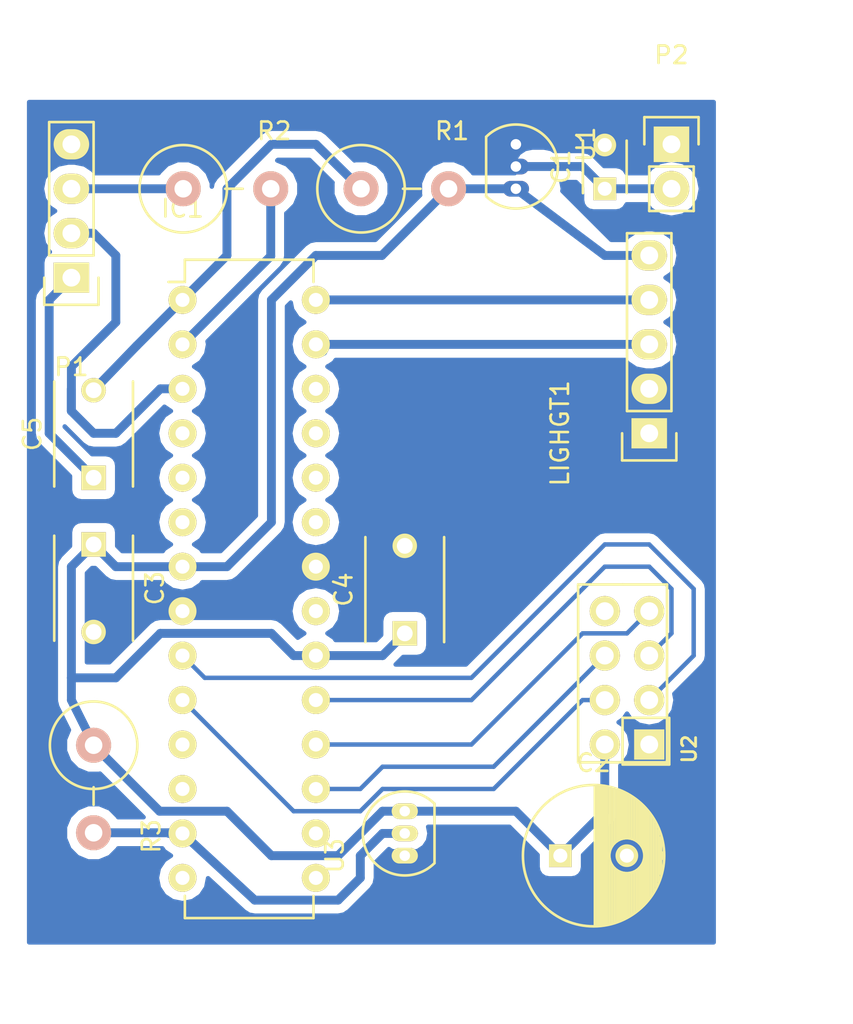
<source format=kicad_pcb>
(kicad_pcb (version 4) (host pcbnew 4.0.1-stable)

  (general
    (links 39)
    (no_connects 0)
    (area 137.88412 88.125952 190.88 148.750001)
    (thickness 1.6)
    (drawings 8)
    (tracks 105)
    (zones 0)
    (modules 15)
    (nets 17)
  )

  (page A4)
  (layers
    (0 F.Cu signal)
    (31 B.Cu signal)
    (33 F.Adhes user)
    (35 F.Paste user)
    (37 F.SilkS user)
    (39 F.Mask user)
    (40 Dwgs.User user)
    (41 Cmts.User user)
    (42 Eco1.User user)
    (43 Eco2.User user)
    (44 Edge.Cuts user)
    (45 Margin user)
    (47 F.CrtYd user)
    (49 F.Fab user)
  )

  (setup
    (last_trace_width 0.508)
    (user_trace_width 0.254)
    (user_trace_width 0.508)
    (user_trace_width 1.16)
    (trace_clearance 0.2)
    (zone_clearance 0.508)
    (zone_45_only no)
    (trace_min 0.254)
    (segment_width 0.2)
    (edge_width 0.15)
    (via_size 0.6)
    (via_drill 0.4)
    (via_min_size 0.4)
    (via_min_drill 0.3)
    (uvia_size 0.3)
    (uvia_drill 0.1)
    (uvias_allowed no)
    (uvia_min_size 0.2)
    (uvia_min_drill 0.1)
    (pcb_text_width 0.3)
    (pcb_text_size 1.5 1.5)
    (mod_edge_width 0.15)
    (mod_text_size 1 1)
    (mod_text_width 0.15)
    (pad_size 1.524 1.524)
    (pad_drill 0.762)
    (pad_to_mask_clearance 0.2)
    (aux_axis_origin 0 0)
    (visible_elements 7FFFFFFF)
    (pcbplotparams
      (layerselection 0x00030_80000001)
      (usegerberextensions false)
      (excludeedgelayer true)
      (linewidth 0.100000)
      (plotframeref false)
      (viasonmask false)
      (mode 1)
      (useauxorigin false)
      (hpglpennumber 1)
      (hpglpenspeed 20)
      (hpglpendiameter 15)
      (hpglpenoverlay 2)
      (psnegative false)
      (psa4output false)
      (plotreference true)
      (plotvalue true)
      (plotinvisibletext false)
      (padsonsilk false)
      (subtractmaskfromsilk false)
      (outputformat 1)
      (mirror false)
      (drillshape 1)
      (scaleselection 1)
      (outputdirectory ""))
  )

  (net 0 "")
  (net 1 "Net-(C1-Pad1)")
  (net 2 GND)
  (net 3 +3V3)
  (net 4 /RESET)
  (net 5 /TX)
  (net 6 /RX)
  (net 7 /CE)
  (net 8 /CSN)
  (net 9 "Net-(IC1-Pad13)")
  (net 10 /MOSI)
  (net 11 /MISO)
  (net 12 /SCK)
  (net 13 /SDA)
  (net 14 /SCL)
  (net 15 "Net-(C5-Pad1)")
  (net 16 "Net-(P1-Pad3)")

  (net_class Default "Toto je výchozí třída sítě."
    (clearance 0.2)
    (trace_width 0.254)
    (via_dia 0.6)
    (via_drill 0.4)
    (uvia_dia 0.3)
    (uvia_drill 0.1)
    (add_net /CE)
    (add_net /CSN)
    (add_net /MISO)
    (add_net /MOSI)
    (add_net /RESET)
    (add_net /RX)
    (add_net /SCK)
    (add_net /SCL)
    (add_net /SDA)
    (add_net /TX)
    (add_net GND)
    (add_net "Net-(C1-Pad1)")
    (add_net "Net-(C5-Pad1)")
    (add_net "Net-(IC1-Pad13)")
    (add_net "Net-(P1-Pad3)")
  )

  (net_class Power ""
    (clearance 0.2)
    (trace_width 0.508)
    (via_dia 0.6)
    (via_drill 0.4)
    (uvia_dia 0.3)
    (uvia_drill 0.1)
    (add_net +3V3)
  )

  (module Resistors_ThroughHole:Resistor_Vertical_RM5mm (layer F.Cu) (tedit 0) (tstamp 56B7B90D)
    (at 161.29 99.06)
    (descr "Resistor, Vertical, RM 5mm, 1/3W,")
    (tags "Resistor, Vertical, RM 5mm, 1/3W,")
    (path /56B6B171)
    (fp_text reference R1 (at 2.70002 -3.29946) (layer F.SilkS)
      (effects (font (size 1 1) (thickness 0.15)))
    )
    (fp_text value 10k (at 0 4.50088) (layer F.Fab)
      (effects (font (size 1 1) (thickness 0.15)))
    )
    (fp_line (start -0.09906 0) (end 0.9017 0) (layer F.SilkS) (width 0.15))
    (fp_circle (center -2.49936 0) (end 0 0) (layer F.SilkS) (width 0.15))
    (pad 1 thru_hole circle (at -2.49936 0) (size 1.99898 1.99898) (drill 1.00076) (layers *.Cu *.SilkS *.Mask)
      (net 4 /RESET))
    (pad 2 thru_hole circle (at 2.5019 0) (size 1.99898 1.99898) (drill 1.00076) (layers *.Cu *.SilkS *.Mask)
      (net 3 +3V3))
  )

  (module Pin_Headers:Pin_Header_Straight_1x02 (layer F.Cu) (tedit 54EA090C) (tstamp 56B7A7F9)
    (at 176.53 96.52)
    (descr "Through hole pin header")
    (tags "pin header")
    (path /56B7A368)
    (fp_text reference P2 (at 0 -5.1) (layer F.SilkS)
      (effects (font (size 1 1) (thickness 0.15)))
    )
    (fp_text value CONN_01X02 (at 0 -3.1) (layer F.Fab)
      (effects (font (size 1 1) (thickness 0.15)))
    )
    (fp_line (start 1.27 1.27) (end 1.27 3.81) (layer F.SilkS) (width 0.15))
    (fp_line (start 1.55 -1.55) (end 1.55 0) (layer F.SilkS) (width 0.15))
    (fp_line (start -1.75 -1.75) (end -1.75 4.3) (layer F.CrtYd) (width 0.05))
    (fp_line (start 1.75 -1.75) (end 1.75 4.3) (layer F.CrtYd) (width 0.05))
    (fp_line (start -1.75 -1.75) (end 1.75 -1.75) (layer F.CrtYd) (width 0.05))
    (fp_line (start -1.75 4.3) (end 1.75 4.3) (layer F.CrtYd) (width 0.05))
    (fp_line (start 1.27 1.27) (end -1.27 1.27) (layer F.SilkS) (width 0.15))
    (fp_line (start -1.55 0) (end -1.55 -1.55) (layer F.SilkS) (width 0.15))
    (fp_line (start -1.55 -1.55) (end 1.55 -1.55) (layer F.SilkS) (width 0.15))
    (fp_line (start -1.27 1.27) (end -1.27 3.81) (layer F.SilkS) (width 0.15))
    (fp_line (start -1.27 3.81) (end 1.27 3.81) (layer F.SilkS) (width 0.15))
    (pad 1 thru_hole rect (at 0 0) (size 2.032 2.032) (drill 1.016) (layers *.Cu *.Mask F.SilkS)
      (net 2 GND))
    (pad 2 thru_hole oval (at 0 2.54) (size 2.032 2.032) (drill 1.016) (layers *.Cu *.Mask F.SilkS)
      (net 1 "Net-(C1-Pad1)"))
    (model Pin_Headers.3dshapes/Pin_Header_Straight_1x02.wrl
      (at (xyz 0 -0.05 0))
      (scale (xyz 1 1 1))
      (rotate (xyz 0 0 90))
    )
  )

  (module Pin_Headers:Pin_Header_Straight_1x04 (layer F.Cu) (tedit 0) (tstamp 56B6ECB5)
    (at 142.24 104.14 180)
    (descr "Through hole pin header")
    (tags "pin header")
    (path /56B6B39A)
    (fp_text reference P1 (at 0 -5.1 180) (layer F.SilkS)
      (effects (font (size 1 1) (thickness 0.15)))
    )
    (fp_text value FTDI (at 0 -3.1 180) (layer F.Fab)
      (effects (font (size 1 1) (thickness 0.15)))
    )
    (fp_line (start -1.75 -1.75) (end -1.75 9.4) (layer F.CrtYd) (width 0.05))
    (fp_line (start 1.75 -1.75) (end 1.75 9.4) (layer F.CrtYd) (width 0.05))
    (fp_line (start -1.75 -1.75) (end 1.75 -1.75) (layer F.CrtYd) (width 0.05))
    (fp_line (start -1.75 9.4) (end 1.75 9.4) (layer F.CrtYd) (width 0.05))
    (fp_line (start -1.27 1.27) (end -1.27 8.89) (layer F.SilkS) (width 0.15))
    (fp_line (start 1.27 1.27) (end 1.27 8.89) (layer F.SilkS) (width 0.15))
    (fp_line (start 1.55 -1.55) (end 1.55 0) (layer F.SilkS) (width 0.15))
    (fp_line (start -1.27 8.89) (end 1.27 8.89) (layer F.SilkS) (width 0.15))
    (fp_line (start 1.27 1.27) (end -1.27 1.27) (layer F.SilkS) (width 0.15))
    (fp_line (start -1.55 0) (end -1.55 -1.55) (layer F.SilkS) (width 0.15))
    (fp_line (start -1.55 -1.55) (end 1.55 -1.55) (layer F.SilkS) (width 0.15))
    (pad 1 thru_hole rect (at 0 0 180) (size 2.032 1.7272) (drill 1.016) (layers *.Cu *.Mask F.SilkS)
      (net 15 "Net-(C5-Pad1)"))
    (pad 2 thru_hole oval (at 0 2.54 180) (size 2.032 1.7272) (drill 1.016) (layers *.Cu *.Mask F.SilkS)
      (net 6 /RX))
    (pad 3 thru_hole oval (at 0 5.08 180) (size 2.032 1.7272) (drill 1.016) (layers *.Cu *.Mask F.SilkS)
      (net 16 "Net-(P1-Pad3)"))
    (pad 4 thru_hole oval (at 0 7.62 180) (size 2.032 1.7272) (drill 1.016) (layers *.Cu *.Mask F.SilkS)
      (net 2 GND))
    (model Pin_Headers.3dshapes/Pin_Header_Straight_1x04.wrl
      (at (xyz 0 -0.15 0))
      (scale (xyz 1 1 1))
      (rotate (xyz 0 0 90))
    )
  )

  (module TO_SOT_Packages_THT:TO-92_Inline_Narrow_Oval (layer F.Cu) (tedit 54F24281) (tstamp 56B67598)
    (at 167.64 96.52 270)
    (descr "TO-92 leads in-line, narrow, oval pads, drill 0.6mm (see NXP sot054_po.pdf)")
    (tags "to-92 sc-43 sc-43a sot54 PA33 transistor")
    (path /56B664E1)
    (fp_text reference U1 (at 0 -4 270) (layer F.SilkS)
      (effects (font (size 1 1) (thickness 0.15)))
    )
    (fp_text value MCP1700T-3302E/TT (at 0 3 270) (layer F.Fab)
      (effects (font (size 1 1) (thickness 0.15)))
    )
    (fp_line (start -1.4 1.95) (end -1.4 -2.65) (layer F.CrtYd) (width 0.05))
    (fp_line (start -1.4 1.95) (end 3.95 1.95) (layer F.CrtYd) (width 0.05))
    (fp_line (start -0.43 1.7) (end 2.97 1.7) (layer F.SilkS) (width 0.15))
    (fp_arc (start 1.27 0) (end 1.27 -2.4) (angle -135) (layer F.SilkS) (width 0.15))
    (fp_arc (start 1.27 0) (end 1.27 -2.4) (angle 135) (layer F.SilkS) (width 0.15))
    (fp_line (start -1.4 -2.65) (end 3.95 -2.65) (layer F.CrtYd) (width 0.05))
    (fp_line (start 3.95 1.95) (end 3.95 -2.65) (layer F.CrtYd) (width 0.05))
    (pad 2 thru_hole oval (at 1.27 0 90) (size 0.89916 1.50114) (drill 0.6) (layers *.Cu *.Mask)
      (net 1 "Net-(C1-Pad1)"))
    (pad 3 thru_hole oval (at 2.54 0 90) (size 0.89916 1.50114) (drill 0.6) (layers *.Cu *.Mask)
      (net 3 +3V3))
    (pad 1 thru_hole oval (at 0 0 90) (size 0.89916 1.50114) (drill 0.6) (layers *.Cu *.Mask)
      (net 2 GND))
    (model TO_SOT_Packages_THT.3dshapes/TO-92_Inline_Narrow_Oval.wrl
      (at (xyz 0.05 0 0))
      (scale (xyz 1 1 1))
      (rotate (xyz 0 0 -90))
    )
  )

  (module Capacitors_ThroughHole:C_Disc_D6_P5 (layer F.Cu) (tedit 0) (tstamp 56B67554)
    (at 143.51 119.38 270)
    (descr "Capacitor 6mm Disc, Pitch 5mm")
    (tags Capacitor)
    (path /56B667B6)
    (fp_text reference C3 (at 2.5 -3.5 270) (layer F.SilkS)
      (effects (font (size 1 1) (thickness 0.15)))
    )
    (fp_text value 100n (at 2.5 3.5 270) (layer F.Fab)
      (effects (font (size 1 1) (thickness 0.15)))
    )
    (fp_line (start -0.95 -2.5) (end 5.95 -2.5) (layer F.CrtYd) (width 0.05))
    (fp_line (start 5.95 -2.5) (end 5.95 2.5) (layer F.CrtYd) (width 0.05))
    (fp_line (start 5.95 2.5) (end -0.95 2.5) (layer F.CrtYd) (width 0.05))
    (fp_line (start -0.95 2.5) (end -0.95 -2.5) (layer F.CrtYd) (width 0.05))
    (fp_line (start -0.5 -2.25) (end 5.5 -2.25) (layer F.SilkS) (width 0.15))
    (fp_line (start 5.5 2.25) (end -0.5 2.25) (layer F.SilkS) (width 0.15))
    (pad 1 thru_hole rect (at 0 0 270) (size 1.4 1.4) (drill 0.9) (layers *.Cu *.Mask F.SilkS)
      (net 3 +3V3))
    (pad 2 thru_hole circle (at 5 0 270) (size 1.4 1.4) (drill 0.9) (layers *.Cu *.Mask F.SilkS)
      (net 2 GND))
    (model Capacitors_ThroughHole.3dshapes/C_Disc_D6_P5.wrl
      (at (xyz 0.0984252 0 0))
      (scale (xyz 1 1 1))
      (rotate (xyz 0 0 0))
    )
  )

  (module Capacitors_ThroughHole:C_Disc_D6_P5 (layer F.Cu) (tedit 0) (tstamp 56B6755A)
    (at 161.29 124.46 90)
    (descr "Capacitor 6mm Disc, Pitch 5mm")
    (tags Capacitor)
    (path /56B66724)
    (fp_text reference C4 (at 2.5 -3.5 90) (layer F.SilkS)
      (effects (font (size 1 1) (thickness 0.15)))
    )
    (fp_text value 100n (at 2.5 3.5 90) (layer F.Fab)
      (effects (font (size 1 1) (thickness 0.15)))
    )
    (fp_line (start -0.95 -2.5) (end 5.95 -2.5) (layer F.CrtYd) (width 0.05))
    (fp_line (start 5.95 -2.5) (end 5.95 2.5) (layer F.CrtYd) (width 0.05))
    (fp_line (start 5.95 2.5) (end -0.95 2.5) (layer F.CrtYd) (width 0.05))
    (fp_line (start -0.95 2.5) (end -0.95 -2.5) (layer F.CrtYd) (width 0.05))
    (fp_line (start -0.5 -2.25) (end 5.5 -2.25) (layer F.SilkS) (width 0.15))
    (fp_line (start 5.5 2.25) (end -0.5 2.25) (layer F.SilkS) (width 0.15))
    (pad 1 thru_hole rect (at 0 0 90) (size 1.4 1.4) (drill 0.9) (layers *.Cu *.Mask F.SilkS)
      (net 3 +3V3))
    (pad 2 thru_hole circle (at 5 0 90) (size 1.4 1.4) (drill 0.9) (layers *.Cu *.Mask F.SilkS)
      (net 2 GND))
    (model Capacitors_ThroughHole.3dshapes/C_Disc_D6_P5.wrl
      (at (xyz 0.0984252 0 0))
      (scale (xyz 1 1 1))
      (rotate (xyz 0 0 0))
    )
  )

  (module Housings_DIP:DIP-28_W7.62mm (layer F.Cu) (tedit 54130A77) (tstamp 56B6757A)
    (at 148.59 105.41)
    (descr "28-lead dip package, row spacing 7.62 mm (300 mils)")
    (tags "dil dip 2.54 300")
    (path /56B6591B)
    (fp_text reference IC1 (at 0 -5.22) (layer F.SilkS)
      (effects (font (size 1 1) (thickness 0.15)))
    )
    (fp_text value ATMEGA328P-P (at 0 -3.72) (layer F.Fab)
      (effects (font (size 1 1) (thickness 0.15)))
    )
    (fp_line (start -1.05 -2.45) (end -1.05 35.5) (layer F.CrtYd) (width 0.05))
    (fp_line (start 8.65 -2.45) (end 8.65 35.5) (layer F.CrtYd) (width 0.05))
    (fp_line (start -1.05 -2.45) (end 8.65 -2.45) (layer F.CrtYd) (width 0.05))
    (fp_line (start -1.05 35.5) (end 8.65 35.5) (layer F.CrtYd) (width 0.05))
    (fp_line (start 0.135 -2.295) (end 0.135 -1.025) (layer F.SilkS) (width 0.15))
    (fp_line (start 7.485 -2.295) (end 7.485 -1.025) (layer F.SilkS) (width 0.15))
    (fp_line (start 7.485 35.315) (end 7.485 34.045) (layer F.SilkS) (width 0.15))
    (fp_line (start 0.135 35.315) (end 0.135 34.045) (layer F.SilkS) (width 0.15))
    (fp_line (start 0.135 -2.295) (end 7.485 -2.295) (layer F.SilkS) (width 0.15))
    (fp_line (start 0.135 35.315) (end 7.485 35.315) (layer F.SilkS) (width 0.15))
    (fp_line (start 0.135 -1.025) (end -0.8 -1.025) (layer F.SilkS) (width 0.15))
    (pad 1 thru_hole oval (at 0 0) (size 1.6 1.6) (drill 0.8) (layers *.Cu *.Mask F.SilkS)
      (net 4 /RESET))
    (pad 2 thru_hole oval (at 0 2.54) (size 1.6 1.6) (drill 0.8) (layers *.Cu *.Mask F.SilkS)
      (net 5 /TX))
    (pad 3 thru_hole oval (at 0 5.08) (size 1.6 1.6) (drill 0.8) (layers *.Cu *.Mask F.SilkS)
      (net 6 /RX))
    (pad 4 thru_hole oval (at 0 7.62) (size 1.6 1.6) (drill 0.8) (layers *.Cu *.Mask F.SilkS))
    (pad 5 thru_hole oval (at 0 10.16) (size 1.6 1.6) (drill 0.8) (layers *.Cu *.Mask F.SilkS))
    (pad 6 thru_hole oval (at 0 12.7) (size 1.6 1.6) (drill 0.8) (layers *.Cu *.Mask F.SilkS))
    (pad 7 thru_hole oval (at 0 15.24) (size 1.6 1.6) (drill 0.8) (layers *.Cu *.Mask F.SilkS)
      (net 3 +3V3))
    (pad 8 thru_hole oval (at 0 17.78) (size 1.6 1.6) (drill 0.8) (layers *.Cu *.Mask F.SilkS)
      (net 2 GND))
    (pad 9 thru_hole oval (at 0 20.32) (size 1.6 1.6) (drill 0.8) (layers *.Cu *.Mask F.SilkS)
      (net 7 /CE))
    (pad 10 thru_hole oval (at 0 22.86) (size 1.6 1.6) (drill 0.8) (layers *.Cu *.Mask F.SilkS)
      (net 8 /CSN))
    (pad 11 thru_hole oval (at 0 25.4) (size 1.6 1.6) (drill 0.8) (layers *.Cu *.Mask F.SilkS))
    (pad 12 thru_hole oval (at 0 27.94) (size 1.6 1.6) (drill 0.8) (layers *.Cu *.Mask F.SilkS))
    (pad 13 thru_hole oval (at 0 30.48) (size 1.6 1.6) (drill 0.8) (layers *.Cu *.Mask F.SilkS)
      (net 9 "Net-(IC1-Pad13)"))
    (pad 14 thru_hole oval (at 0 33.02) (size 1.6 1.6) (drill 0.8) (layers *.Cu *.Mask F.SilkS))
    (pad 15 thru_hole oval (at 7.62 33.02) (size 1.6 1.6) (drill 0.8) (layers *.Cu *.Mask F.SilkS))
    (pad 16 thru_hole oval (at 7.62 30.48) (size 1.6 1.6) (drill 0.8) (layers *.Cu *.Mask F.SilkS))
    (pad 17 thru_hole oval (at 7.62 27.94) (size 1.6 1.6) (drill 0.8) (layers *.Cu *.Mask F.SilkS)
      (net 10 /MOSI))
    (pad 18 thru_hole oval (at 7.62 25.4) (size 1.6 1.6) (drill 0.8) (layers *.Cu *.Mask F.SilkS)
      (net 11 /MISO))
    (pad 19 thru_hole oval (at 7.62 22.86) (size 1.6 1.6) (drill 0.8) (layers *.Cu *.Mask F.SilkS)
      (net 12 /SCK))
    (pad 20 thru_hole oval (at 7.62 20.32) (size 1.6 1.6) (drill 0.8) (layers *.Cu *.Mask F.SilkS)
      (net 3 +3V3))
    (pad 21 thru_hole oval (at 7.62 17.78) (size 1.6 1.6) (drill 0.8) (layers *.Cu *.Mask F.SilkS))
    (pad 22 thru_hole oval (at 7.62 15.24) (size 1.6 1.6) (drill 0.8) (layers *.Cu *.Mask F.SilkS)
      (net 2 GND))
    (pad 23 thru_hole oval (at 7.62 12.7) (size 1.6 1.6) (drill 0.8) (layers *.Cu *.Mask F.SilkS))
    (pad 24 thru_hole oval (at 7.62 10.16) (size 1.6 1.6) (drill 0.8) (layers *.Cu *.Mask F.SilkS))
    (pad 25 thru_hole oval (at 7.62 7.62) (size 1.6 1.6) (drill 0.8) (layers *.Cu *.Mask F.SilkS))
    (pad 26 thru_hole oval (at 7.62 5.08) (size 1.6 1.6) (drill 0.8) (layers *.Cu *.Mask F.SilkS))
    (pad 27 thru_hole oval (at 7.62 2.54) (size 1.6 1.6) (drill 0.8) (layers *.Cu *.Mask F.SilkS)
      (net 13 /SDA))
    (pad 28 thru_hole oval (at 7.62 0) (size 1.6 1.6) (drill 0.8) (layers *.Cu *.Mask F.SilkS)
      (net 14 /SCL))
    (model Housings_DIP.3dshapes/DIP-28_W7.62mm.wrl
      (at (xyz 0 0 0))
      (scale (xyz 1 1 1))
      (rotate (xyz 0 0 0))
    )
  )

  (module Socket_Strips:Socket_Strip_Straight_1x05 (layer F.Cu) (tedit 0) (tstamp 56B67583)
    (at 175.26 113.03 90)
    (descr "Through hole socket strip")
    (tags "socket strip")
    (path /56B65F15)
    (fp_text reference LIGHGT1 (at 0 -5.1 90) (layer F.SilkS)
      (effects (font (size 1 1) (thickness 0.15)))
    )
    (fp_text value BH1750 (at 0 -3.1 90) (layer F.Fab)
      (effects (font (size 1 1) (thickness 0.15)))
    )
    (fp_line (start -1.75 -1.75) (end -1.75 1.75) (layer F.CrtYd) (width 0.05))
    (fp_line (start 11.95 -1.75) (end 11.95 1.75) (layer F.CrtYd) (width 0.05))
    (fp_line (start -1.75 -1.75) (end 11.95 -1.75) (layer F.CrtYd) (width 0.05))
    (fp_line (start -1.75 1.75) (end 11.95 1.75) (layer F.CrtYd) (width 0.05))
    (fp_line (start 1.27 1.27) (end 11.43 1.27) (layer F.SilkS) (width 0.15))
    (fp_line (start 11.43 1.27) (end 11.43 -1.27) (layer F.SilkS) (width 0.15))
    (fp_line (start 11.43 -1.27) (end 1.27 -1.27) (layer F.SilkS) (width 0.15))
    (fp_line (start -1.55 1.55) (end 0 1.55) (layer F.SilkS) (width 0.15))
    (fp_line (start 1.27 1.27) (end 1.27 -1.27) (layer F.SilkS) (width 0.15))
    (fp_line (start 0 -1.55) (end -1.55 -1.55) (layer F.SilkS) (width 0.15))
    (fp_line (start -1.55 -1.55) (end -1.55 1.55) (layer F.SilkS) (width 0.15))
    (pad 1 thru_hole rect (at 0 0 90) (size 1.7272 2.032) (drill 1.016) (layers *.Cu *.Mask F.SilkS)
      (net 2 GND))
    (pad 2 thru_hole oval (at 2.54 0 90) (size 1.7272 2.032) (drill 1.016) (layers *.Cu *.Mask F.SilkS)
      (net 2 GND))
    (pad 3 thru_hole oval (at 5.08 0 90) (size 1.7272 2.032) (drill 1.016) (layers *.Cu *.Mask F.SilkS)
      (net 13 /SDA))
    (pad 4 thru_hole oval (at 7.62 0 90) (size 1.7272 2.032) (drill 1.016) (layers *.Cu *.Mask F.SilkS)
      (net 14 /SCL))
    (pad 5 thru_hole oval (at 10.16 0 90) (size 1.7272 2.032) (drill 1.016) (layers *.Cu *.Mask F.SilkS)
      (net 3 +3V3))
    (model Socket_Strips.3dshapes/Socket_Strip_Straight_1x05.wrl
      (at (xyz 0.2 0 0))
      (scale (xyz 1 1 1))
      (rotate (xyz 0 0 180))
    )
  )

  (module Capacitors_ThroughHole:C_Disc_D6_P5 (layer F.Cu) (tedit 0) (tstamp 56B67838)
    (at 143.51 115.57 90)
    (descr "Capacitor 6mm Disc, Pitch 5mm")
    (tags Capacitor)
    (path /56B6C484)
    (fp_text reference C5 (at 2.5 -3.5 90) (layer F.SilkS)
      (effects (font (size 1 1) (thickness 0.15)))
    )
    (fp_text value 100n (at 2.5 3.5 90) (layer F.Fab)
      (effects (font (size 1 1) (thickness 0.15)))
    )
    (fp_line (start -0.95 -2.5) (end 5.95 -2.5) (layer F.CrtYd) (width 0.05))
    (fp_line (start 5.95 -2.5) (end 5.95 2.5) (layer F.CrtYd) (width 0.05))
    (fp_line (start 5.95 2.5) (end -0.95 2.5) (layer F.CrtYd) (width 0.05))
    (fp_line (start -0.95 2.5) (end -0.95 -2.5) (layer F.CrtYd) (width 0.05))
    (fp_line (start -0.5 -2.25) (end 5.5 -2.25) (layer F.SilkS) (width 0.15))
    (fp_line (start 5.5 2.25) (end -0.5 2.25) (layer F.SilkS) (width 0.15))
    (pad 1 thru_hole rect (at 0 0 90) (size 1.4 1.4) (drill 0.9) (layers *.Cu *.Mask F.SilkS)
      (net 15 "Net-(C5-Pad1)"))
    (pad 2 thru_hole circle (at 5 0 90) (size 1.4 1.4) (drill 0.9) (layers *.Cu *.Mask F.SilkS)
      (net 4 /RESET))
    (model Capacitors_ThroughHole.3dshapes/C_Disc_D6_P5.wrl
      (at (xyz 0.0984252 0 0))
      (scale (xyz 1 1 1))
      (rotate (xyz 0 0 0))
    )
  )

  (module TO_SOT_Packages_THT:TO-92_Inline_Narrow_Oval (layer F.Cu) (tedit 54F24281) (tstamp 56B6EC7B)
    (at 161.29 137.16 90)
    (descr "TO-92 leads in-line, narrow, oval pads, drill 0.6mm (see NXP sot054_po.pdf)")
    (tags "to-92 sc-43 sc-43a sot54 PA33 transistor")
    (path /56B6E8C1)
    (fp_text reference U3 (at 0 -4 90) (layer F.SilkS)
      (effects (font (size 1 1) (thickness 0.15)))
    )
    (fp_text value DS18B20 (at 0 3 90) (layer F.Fab)
      (effects (font (size 1 1) (thickness 0.15)))
    )
    (fp_line (start -1.4 1.95) (end -1.4 -2.65) (layer F.CrtYd) (width 0.05))
    (fp_line (start -1.4 1.95) (end 3.95 1.95) (layer F.CrtYd) (width 0.05))
    (fp_line (start -0.43 1.7) (end 2.97 1.7) (layer F.SilkS) (width 0.15))
    (fp_arc (start 1.27 0) (end 1.27 -2.4) (angle -135) (layer F.SilkS) (width 0.15))
    (fp_arc (start 1.27 0) (end 1.27 -2.4) (angle 135) (layer F.SilkS) (width 0.15))
    (fp_line (start -1.4 -2.65) (end 3.95 -2.65) (layer F.CrtYd) (width 0.05))
    (fp_line (start 3.95 1.95) (end 3.95 -2.65) (layer F.CrtYd) (width 0.05))
    (pad 2 thru_hole oval (at 1.27 0 270) (size 0.89916 1.50114) (drill 0.6) (layers *.Cu *.Mask F.SilkS)
      (net 9 "Net-(IC1-Pad13)"))
    (pad 3 thru_hole oval (at 2.54 0 270) (size 0.89916 1.50114) (drill 0.6) (layers *.Cu *.Mask F.SilkS)
      (net 3 +3V3))
    (pad 1 thru_hole oval (at 0 0 270) (size 0.89916 1.50114) (drill 0.6) (layers *.Cu *.Mask F.SilkS)
      (net 2 GND))
    (model TO_SOT_Packages_THT.3dshapes/TO-92_Inline_Narrow_Oval.wrl
      (at (xyz 0.05 0 0))
      (scale (xyz 1 1 1))
      (rotate (xyz 0 0 -90))
    )
  )

  (module Capacitors_ThroughHole:C_Radial_D8_L13_P3.8 (layer F.Cu) (tedit 0) (tstamp 56B7A63E)
    (at 170.18 137.16)
    (descr "Radial Electrolytic Capacitor Diameter 8mm x Length 13mm, Pitch 3.8mm")
    (tags "Electrolytic Capacitor")
    (path /56B66957)
    (fp_text reference C2 (at 1.9 -5.3) (layer F.SilkS)
      (effects (font (size 1 1) (thickness 0.15)))
    )
    (fp_text value 10u (at 1.9 5.3) (layer F.Fab)
      (effects (font (size 1 1) (thickness 0.15)))
    )
    (fp_line (start 1.975 -3.999) (end 1.975 3.999) (layer F.SilkS) (width 0.15))
    (fp_line (start 2.115 -3.994) (end 2.115 3.994) (layer F.SilkS) (width 0.15))
    (fp_line (start 2.255 -3.984) (end 2.255 3.984) (layer F.SilkS) (width 0.15))
    (fp_line (start 2.395 -3.969) (end 2.395 3.969) (layer F.SilkS) (width 0.15))
    (fp_line (start 2.535 -3.949) (end 2.535 3.949) (layer F.SilkS) (width 0.15))
    (fp_line (start 2.675 -3.924) (end 2.675 3.924) (layer F.SilkS) (width 0.15))
    (fp_line (start 2.815 -3.894) (end 2.815 -0.173) (layer F.SilkS) (width 0.15))
    (fp_line (start 2.815 0.173) (end 2.815 3.894) (layer F.SilkS) (width 0.15))
    (fp_line (start 2.955 -3.858) (end 2.955 -0.535) (layer F.SilkS) (width 0.15))
    (fp_line (start 2.955 0.535) (end 2.955 3.858) (layer F.SilkS) (width 0.15))
    (fp_line (start 3.095 -3.817) (end 3.095 -0.709) (layer F.SilkS) (width 0.15))
    (fp_line (start 3.095 0.709) (end 3.095 3.817) (layer F.SilkS) (width 0.15))
    (fp_line (start 3.235 -3.771) (end 3.235 -0.825) (layer F.SilkS) (width 0.15))
    (fp_line (start 3.235 0.825) (end 3.235 3.771) (layer F.SilkS) (width 0.15))
    (fp_line (start 3.375 -3.718) (end 3.375 -0.905) (layer F.SilkS) (width 0.15))
    (fp_line (start 3.375 0.905) (end 3.375 3.718) (layer F.SilkS) (width 0.15))
    (fp_line (start 3.515 -3.659) (end 3.515 -0.959) (layer F.SilkS) (width 0.15))
    (fp_line (start 3.515 0.959) (end 3.515 3.659) (layer F.SilkS) (width 0.15))
    (fp_line (start 3.655 -3.594) (end 3.655 -0.989) (layer F.SilkS) (width 0.15))
    (fp_line (start 3.655 0.989) (end 3.655 3.594) (layer F.SilkS) (width 0.15))
    (fp_line (start 3.795 -3.523) (end 3.795 -1) (layer F.SilkS) (width 0.15))
    (fp_line (start 3.795 1) (end 3.795 3.523) (layer F.SilkS) (width 0.15))
    (fp_line (start 3.935 -3.444) (end 3.935 -0.991) (layer F.SilkS) (width 0.15))
    (fp_line (start 3.935 0.991) (end 3.935 3.444) (layer F.SilkS) (width 0.15))
    (fp_line (start 4.075 -3.357) (end 4.075 -0.961) (layer F.SilkS) (width 0.15))
    (fp_line (start 4.075 0.961) (end 4.075 3.357) (layer F.SilkS) (width 0.15))
    (fp_line (start 4.215 -3.262) (end 4.215 -0.91) (layer F.SilkS) (width 0.15))
    (fp_line (start 4.215 0.91) (end 4.215 3.262) (layer F.SilkS) (width 0.15))
    (fp_line (start 4.355 -3.158) (end 4.355 -0.832) (layer F.SilkS) (width 0.15))
    (fp_line (start 4.355 0.832) (end 4.355 3.158) (layer F.SilkS) (width 0.15))
    (fp_line (start 4.495 -3.044) (end 4.495 -0.719) (layer F.SilkS) (width 0.15))
    (fp_line (start 4.495 0.719) (end 4.495 3.044) (layer F.SilkS) (width 0.15))
    (fp_line (start 4.635 -2.919) (end 4.635 -0.55) (layer F.SilkS) (width 0.15))
    (fp_line (start 4.635 0.55) (end 4.635 2.919) (layer F.SilkS) (width 0.15))
    (fp_line (start 4.775 -2.781) (end 4.775 -0.222) (layer F.SilkS) (width 0.15))
    (fp_line (start 4.775 0.222) (end 4.775 2.781) (layer F.SilkS) (width 0.15))
    (fp_line (start 4.915 -2.629) (end 4.915 2.629) (layer F.SilkS) (width 0.15))
    (fp_line (start 5.055 -2.459) (end 5.055 2.459) (layer F.SilkS) (width 0.15))
    (fp_line (start 5.195 -2.268) (end 5.195 2.268) (layer F.SilkS) (width 0.15))
    (fp_line (start 5.335 -2.05) (end 5.335 2.05) (layer F.SilkS) (width 0.15))
    (fp_line (start 5.475 -1.794) (end 5.475 1.794) (layer F.SilkS) (width 0.15))
    (fp_line (start 5.615 -1.483) (end 5.615 1.483) (layer F.SilkS) (width 0.15))
    (fp_line (start 5.755 -1.067) (end 5.755 1.067) (layer F.SilkS) (width 0.15))
    (fp_line (start 5.895 -0.2) (end 5.895 0.2) (layer F.SilkS) (width 0.15))
    (fp_circle (center 3.8 0) (end 3.8 -1) (layer F.SilkS) (width 0.15))
    (fp_circle (center 1.9 0) (end 1.9 -4.0375) (layer F.SilkS) (width 0.15))
    (fp_circle (center 1.9 0) (end 1.9 -4.3) (layer F.CrtYd) (width 0.05))
    (pad 1 thru_hole rect (at 0 0) (size 1.3 1.3) (drill 0.8) (layers *.Cu *.Mask F.SilkS)
      (net 3 +3V3))
    (pad 2 thru_hole circle (at 3.8 0) (size 1.3 1.3) (drill 0.8) (layers *.Cu *.Mask F.SilkS)
      (net 2 GND))
    (model Capacitors_ThroughHole.3dshapes/C_Radial_D8_L13_P3.8.wrl
      (at (xyz 0.0748031 0 0))
      (scale (xyz 1 1 1))
      (rotate (xyz 0 0 90))
    )
  )

  (module Capacitors_ThroughHole:C_Disc_D3_P2.5 (layer F.Cu) (tedit 0) (tstamp 56B7A7F4)
    (at 172.72 99.06 90)
    (descr "Capacitor 3mm Disc, Pitch 2.5mm")
    (tags Capacitor)
    (path /56B669AA)
    (fp_text reference C1 (at 1.25 -2.5 90) (layer F.SilkS)
      (effects (font (size 1 1) (thickness 0.15)))
    )
    (fp_text value 1u (at 1.25 2.5 90) (layer F.Fab)
      (effects (font (size 1 1) (thickness 0.15)))
    )
    (fp_line (start -0.9 -1.5) (end 3.4 -1.5) (layer F.CrtYd) (width 0.05))
    (fp_line (start 3.4 -1.5) (end 3.4 1.5) (layer F.CrtYd) (width 0.05))
    (fp_line (start 3.4 1.5) (end -0.9 1.5) (layer F.CrtYd) (width 0.05))
    (fp_line (start -0.9 1.5) (end -0.9 -1.5) (layer F.CrtYd) (width 0.05))
    (fp_line (start -0.25 -1.25) (end 2.75 -1.25) (layer F.SilkS) (width 0.15))
    (fp_line (start 2.75 1.25) (end -0.25 1.25) (layer F.SilkS) (width 0.15))
    (pad 1 thru_hole rect (at 0 0 90) (size 1.3 1.3) (drill 0.8) (layers *.Cu *.Mask F.SilkS)
      (net 1 "Net-(C1-Pad1)"))
    (pad 2 thru_hole circle (at 2.5 0 90) (size 1.3 1.3) (drill 0.8001) (layers *.Cu *.Mask F.SilkS)
      (net 2 GND))
    (model Capacitors_ThroughHole.3dshapes/C_Disc_D3_P2.5.wrl
      (at (xyz 0.0492126 0 0))
      (scale (xyz 1 1 1))
      (rotate (xyz 0 0 0))
    )
  )

  (module Modules:NRF24L01+ (layer F.Cu) (tedit 56B7B3FE) (tstamp 56B7B778)
    (at 176.53 132.08 270)
    (descr NRF24L01)
    (tags "nRF 24 NRF24L01 NRF24L01+")
    (path /56B663C1)
    (fp_text reference U2 (at -1.016 -1.016 270) (layer F.SilkS)
      (effects (font (size 0.8 0.8) (thickness 0.16)))
    )
    (fp_text value nRF24L01+ (at -8.382 7.112 270) (layer F.Fab) hide
      (effects (font (size 0.8 0.8) (thickness 0.16)))
    )
    (fp_line (start -15.25 28.8) (end 0 28.8) (layer F.CrtYd) (width 0.15))
    (fp_line (start 0 28.8) (end 0 0) (layer F.CrtYd) (width 0.15))
    (fp_line (start 0 0) (end -15.25 0) (layer F.CrtYd) (width 0.15))
    (fp_line (start -15.25 0) (end -15.25 28.8) (layer F.CrtYd) (width 0.15))
    (fp_line (start -2.794 0.127) (end -0.127 0.127) (layer F.SilkS) (width 0.15))
    (fp_line (start -0.127 0.127) (end -0.127 2.794) (layer F.SilkS) (width 0.15))
    (fp_line (start 0 0) (end -15.25 0) (layer B.CrtYd) (width 0.15))
    (fp_line (start -15.25 0) (end -15.25 28.8) (layer B.CrtYd) (width 0.15))
    (fp_line (start -15.25 28.8) (end 0 28.8) (layer B.CrtYd) (width 0.15))
    (fp_line (start 0 28.8) (end 0 0) (layer B.CrtYd) (width 0.15))
    (fp_line (start -7.874 0.254) (end -10.414 0.254) (layer F.SilkS) (width 0.15))
    (fp_line (start -10.414 0.254) (end -10.414 2.794) (layer F.SilkS) (width 0.15))
    (fp_line (start -2.794 0.254) (end -2.794 2.794) (layer F.SilkS) (width 0.15))
    (fp_line (start -2.794 2.794) (end -0.254 2.794) (layer F.SilkS) (width 0.15))
    (fp_line (start -10.894 -0.226) (end -10.894 5.824) (layer F.CrtYd) (width 0.05))
    (fp_line (start 0.256 -0.226) (end 0.256 5.824) (layer F.CrtYd) (width 0.05))
    (fp_line (start -10.894 -0.226) (end 0.256 -0.226) (layer F.CrtYd) (width 0.05))
    (fp_line (start -10.894 5.824) (end 0.256 5.824) (layer F.CrtYd) (width 0.05))
    (fp_line (start -7.874 0.254) (end -0.254 0.254) (layer F.SilkS) (width 0.15))
    (fp_line (start -0.254 0.254) (end -0.254 5.334) (layer F.SilkS) (width 0.15))
    (fp_line (start -0.254 5.334) (end -10.414 5.334) (layer F.SilkS) (width 0.15))
    (fp_line (start -10.414 5.334) (end -10.414 2.794) (layer F.SilkS) (width 0.15))
    (pad 7 thru_hole oval (at -8.89 1.27 270) (size 1.7272 1.7272) (drill 1.016) (layers *.Cu *.Mask F.SilkS)
      (net 11 /MISO))
    (pad 8 thru_hole oval (at -8.89 3.81 270) (size 1.7272 1.7272) (drill 1.016) (layers *.Cu *.Mask F.SilkS))
    (pad 5 thru_hole oval (at -6.35 1.27 270) (size 1.7272 1.7272) (drill 1.016) (layers *.Cu *.Mask F.SilkS)
      (net 12 /SCK))
    (pad 6 thru_hole oval (at -6.35 3.81 270) (size 1.7272 1.7272) (drill 1.016) (layers *.Cu *.Mask F.SilkS)
      (net 10 /MOSI))
    (pad 3 thru_hole oval (at -3.81 1.27 270) (size 1.7272 1.7272) (drill 1.016) (layers *.Cu *.Mask F.SilkS)
      (net 7 /CE))
    (pad 4 thru_hole oval (at -3.81 3.81 270) (size 1.7272 1.7272) (drill 1.016) (layers *.Cu *.Mask F.SilkS)
      (net 8 /CSN))
    (pad 1 thru_hole rect (at -1.27 1.27 270) (size 1.7272 1.7272) (drill 1.016) (layers *.Cu *.Mask F.SilkS)
      (net 2 GND))
    (pad 2 thru_hole oval (at -1.27 3.81 270) (size 1.7272 1.7272) (drill 1.016) (layers *.Cu *.Mask F.SilkS)
      (net 3 +3V3))
    (model Socket_Strips.3dshapes/Socket_Strip_Straight_2x04.wrl
      (at (xyz -0.21 -0.11 0))
      (scale (xyz 1 1 1))
      (rotate (xyz 0 0 0))
    )
    (model Pin_Headers.3dshapes/Pin_Header_Straight_2x04.wrl
      (at (xyz -0.21 -0.11 0.442))
      (scale (xyz 1 1 1))
      (rotate (xyz 0 180 0))
    )
    (model mysensors.3dshapes/nrf24l01.wrl
      (at (xyz -0.3 -0.5669999999999999 0.475))
      (scale (xyz 0.395 0.395 0.395))
      (rotate (xyz 0 0 0))
    )
    (model Housings_DFN_QFN.3dshapes/QFN-20-1EP_4x4mm_Pitch0.5mm.wrl
      (at (xyz -0.22 -0.51 0.509))
      (scale (xyz 1 1 1))
      (rotate (xyz 0 0 0))
    )
    (model mysensors.3dshapes/w.lain.3dshapes/crystal/crystal_hc-49s.wrl
      (at (xyz -0.5 -0.475 0.51))
      (scale (xyz 1 1 1))
      (rotate (xyz 0 0 90))
    )
  )

  (module Resistors_ThroughHole:Resistor_Vertical_RM5mm (layer F.Cu) (tedit 0) (tstamp 56B7B912)
    (at 151.13 99.06)
    (descr "Resistor, Vertical, RM 5mm, 1/3W,")
    (tags "Resistor, Vertical, RM 5mm, 1/3W,")
    (path /56B6C956)
    (fp_text reference R2 (at 2.70002 -3.29946) (layer F.SilkS)
      (effects (font (size 1 1) (thickness 0.15)))
    )
    (fp_text value 10k (at 0 4.50088) (layer F.Fab)
      (effects (font (size 1 1) (thickness 0.15)))
    )
    (fp_line (start -0.09906 0) (end 0.9017 0) (layer F.SilkS) (width 0.15))
    (fp_circle (center -2.49936 0) (end 0 0) (layer F.SilkS) (width 0.15))
    (pad 1 thru_hole circle (at -2.49936 0) (size 1.99898 1.99898) (drill 1.00076) (layers *.Cu *.SilkS *.Mask)
      (net 16 "Net-(P1-Pad3)"))
    (pad 2 thru_hole circle (at 2.5019 0) (size 1.99898 1.99898) (drill 1.00076) (layers *.Cu *.SilkS *.Mask)
      (net 5 /TX))
  )

  (module Resistors_ThroughHole:Resistor_Vertical_RM5mm (layer F.Cu) (tedit 0) (tstamp 56B7B917)
    (at 143.51 133.35 270)
    (descr "Resistor, Vertical, RM 5mm, 1/3W,")
    (tags "Resistor, Vertical, RM 5mm, 1/3W,")
    (path /56B6ECA0)
    (fp_text reference R3 (at 2.70002 -3.29946 270) (layer F.SilkS)
      (effects (font (size 1 1) (thickness 0.15)))
    )
    (fp_text value 4k7 (at 0 4.50088 270) (layer F.Fab)
      (effects (font (size 1 1) (thickness 0.15)))
    )
    (fp_line (start -0.09906 0) (end 0.9017 0) (layer F.SilkS) (width 0.15))
    (fp_circle (center -2.49936 0) (end 0 0) (layer F.SilkS) (width 0.15))
    (pad 1 thru_hole circle (at -2.49936 0 270) (size 1.99898 1.99898) (drill 1.00076) (layers *.Cu *.SilkS *.Mask)
      (net 3 +3V3))
    (pad 2 thru_hole circle (at 2.5019 0 270) (size 1.99898 1.99898) (drill 1.00076) (layers *.Cu *.SilkS *.Mask)
      (net 9 "Net-(IC1-Pad13)"))
  )

  (dimension 48.26 (width 0.3) (layer Margin)
    (gr_text "48,260 mm" (at 184.23 118.11 90) (layer Margin)
      (effects (font (size 1.5 1.5) (thickness 0.3)))
    )
    (feature1 (pts (xy 180.34 93.98) (xy 185.58 93.98)))
    (feature2 (pts (xy 180.34 142.24) (xy 185.58 142.24)))
    (crossbar (pts (xy 182.88 142.24) (xy 182.88 93.98)))
    (arrow1a (pts (xy 182.88 93.98) (xy 183.466421 95.106504)))
    (arrow1b (pts (xy 182.88 93.98) (xy 182.293579 95.106504)))
    (arrow2a (pts (xy 182.88 142.24) (xy 183.466421 141.113496)))
    (arrow2b (pts (xy 182.88 142.24) (xy 182.293579 141.113496)))
  )
  (dimension 39.37 (width 0.3) (layer Margin)
    (gr_text "39,370 mm" (at 159.385 147.4) (layer Margin)
      (effects (font (size 1.5 1.5) (thickness 0.3)))
    )
    (feature1 (pts (xy 179.07 143.51) (xy 179.07 148.75)))
    (feature2 (pts (xy 139.7 143.51) (xy 139.7 148.75)))
    (crossbar (pts (xy 139.7 146.05) (xy 179.07 146.05)))
    (arrow1a (pts (xy 179.07 146.05) (xy 177.943496 146.636421)))
    (arrow1b (pts (xy 179.07 146.05) (xy 177.943496 145.463579)))
    (arrow2a (pts (xy 139.7 146.05) (xy 140.826504 146.636421)))
    (arrow2b (pts (xy 139.7 146.05) (xy 140.826504 145.463579)))
  )
  (gr_line (start 177.8 142.24) (end 179.07 142.24) (angle 90) (layer Margin) (width 0.2))
  (gr_line (start 179.07 93.98) (end 177.8 93.98) (angle 90) (layer Margin) (width 0.2))
  (gr_line (start 139.7 142.24) (end 139.7 93.98) (angle 90) (layer Margin) (width 0.2))
  (gr_line (start 177.8 142.24) (end 139.7 142.24) (angle 90) (layer Margin) (width 0.2))
  (gr_line (start 179.07 93.98) (end 179.07 142.24) (angle 90) (layer Margin) (width 0.2))
  (gr_line (start 139.7 93.98) (end 177.8 93.98) (angle 90) (layer Margin) (width 0.2))

  (segment (start 172.72 99.06) (end 176.53 99.06) (width 0.508) (layer B.Cu) (net 1))
  (segment (start 167.64 97.79) (end 171.45 97.79) (width 0.508) (layer B.Cu) (net 1) (status 10))
  (segment (start 171.45 97.79) (end 172.72 99.06) (width 0.508) (layer B.Cu) (net 1) (tstamp 56B7BADF))
  (segment (start 156.21 125.73) (end 154.94 125.73) (width 0.508) (layer B.Cu) (net 3))
  (segment (start 144.78 127) (end 142.24 127) (width 0.508) (layer B.Cu) (net 3) (tstamp 56B7BCD9))
  (segment (start 147.32 124.46) (end 144.78 127) (width 0.508) (layer B.Cu) (net 3) (tstamp 56B7BCD4))
  (segment (start 153.67 124.46) (end 147.32 124.46) (width 0.508) (layer B.Cu) (net 3) (tstamp 56B7BCD1))
  (segment (start 154.94 125.73) (end 153.67 124.46) (width 0.508) (layer B.Cu) (net 3) (tstamp 56B7BCCC))
  (segment (start 161.29 134.62) (end 160.02 134.62) (width 0.508) (layer B.Cu) (net 3))
  (segment (start 147.27936 134.62) (end 143.51 130.85064) (width 0.508) (layer B.Cu) (net 3) (tstamp 56B7BC86))
  (segment (start 151.13 134.62) (end 147.27936 134.62) (width 0.508) (layer B.Cu) (net 3) (tstamp 56B7BC83))
  (segment (start 153.67 137.16) (end 151.13 134.62) (width 0.508) (layer B.Cu) (net 3) (tstamp 56B7BC81))
  (segment (start 157.48 137.16) (end 153.67 137.16) (width 0.508) (layer B.Cu) (net 3) (tstamp 56B7BC79))
  (segment (start 160.02 134.62) (end 157.48 137.16) (width 0.508) (layer B.Cu) (net 3) (tstamp 56B7BC76))
  (segment (start 148.59 120.65) (end 151.13 120.65) (width 0.508) (layer B.Cu) (net 3))
  (segment (start 159.9819 102.87) (end 163.7919 99.06) (width 0.508) (layer B.Cu) (net 3) (tstamp 56B7BB45))
  (segment (start 156.21 102.87) (end 159.9819 102.87) (width 0.508) (layer B.Cu) (net 3) (tstamp 56B7BB41))
  (segment (start 153.67 105.41) (end 156.21 102.87) (width 0.508) (layer B.Cu) (net 3) (tstamp 56B7BB3A))
  (segment (start 153.67 118.11) (end 153.67 105.41) (width 0.508) (layer B.Cu) (net 3) (tstamp 56B7BB35))
  (segment (start 151.13 120.65) (end 153.67 118.11) (width 0.508) (layer B.Cu) (net 3) (tstamp 56B7BB31))
  (segment (start 175.26 102.87) (end 172.72 102.87) (width 0.508) (layer B.Cu) (net 3))
  (segment (start 172.72 102.87) (end 167.64 99.06) (width 0.508) (layer B.Cu) (net 3) (tstamp 56B7BAEA) (status 20))
  (segment (start 163.7919 99.06) (end 167.64 99.06) (width 0.508) (layer B.Cu) (net 3) (status 20))
  (segment (start 143.51 130.85064) (end 143.51 130.81) (width 0.508) (layer B.Cu) (net 3) (status 30))
  (segment (start 143.51 130.81) (end 142.24 128.27) (width 0.508) (layer B.Cu) (net 3) (tstamp 56B7BA98) (status 10))
  (segment (start 142.24 128.27) (end 142.24 127) (width 0.508) (layer B.Cu) (net 3) (tstamp 56B7BA9B))
  (segment (start 142.24 127) (end 142.24 120.65) (width 0.508) (layer B.Cu) (net 3) (tstamp 56B7BCEA))
  (segment (start 142.24 120.65) (end 143.51 119.38) (width 0.508) (layer B.Cu) (net 3) (tstamp 56B7BAA0))
  (segment (start 148.59 120.65) (end 144.78 120.65) (width 0.508) (layer B.Cu) (net 3))
  (segment (start 144.78 120.65) (end 143.51 119.38) (width 0.508) (layer B.Cu) (net 3) (tstamp 56B7B7EA))
  (segment (start 156.21 125.73) (end 160.02 125.73) (width 0.508) (layer B.Cu) (net 3))
  (segment (start 160.02 125.73) (end 161.29 124.46) (width 0.508) (layer B.Cu) (net 3) (tstamp 56B7B7DF))
  (segment (start 161.29 134.62) (end 167.64 134.62) (width 0.508) (layer B.Cu) (net 3))
  (segment (start 167.64 134.62) (end 170.18 137.16) (width 0.508) (layer B.Cu) (net 3) (tstamp 56B7B046))
  (segment (start 170.18 137.16) (end 172.72 134.62) (width 0.508) (layer B.Cu) (net 3) (tstamp 56B7B04B))
  (segment (start 172.72 134.62) (end 172.72 130.81) (width 0.508) (layer B.Cu) (net 3) (tstamp 56B7B04C) (status 20))
  (segment (start 172.72 130.81) (end 172.466 130.556) (width 0.508) (layer B.Cu) (net 3) (tstamp 56B7B054) (status 30))
  (segment (start 143.51 110.57) (end 145.97 108.03) (width 0.508) (layer B.Cu) (net 4) (status 10))
  (segment (start 145.97 108.03) (end 148.59 105.41) (width 0.508) (layer B.Cu) (net 4) (tstamp 56B7BA36))
  (segment (start 148.59 105.41) (end 151.13 102.87) (width 0.508) (layer B.Cu) (net 4))
  (segment (start 156.21 96.52) (end 158.79064 99.06) (width 0.508) (layer B.Cu) (net 4) (tstamp 56B7BA1E))
  (segment (start 153.67 96.52) (end 156.21 96.52) (width 0.508) (layer B.Cu) (net 4) (tstamp 56B7BA18))
  (segment (start 152.4 97.79) (end 153.67 96.52) (width 0.508) (layer B.Cu) (net 4) (tstamp 56B7BA16))
  (segment (start 151.13 99.06) (end 152.4 97.79) (width 0.508) (layer B.Cu) (net 4) (tstamp 56B7BA14))
  (segment (start 151.13 102.87) (end 151.13 99.06) (width 0.508) (layer B.Cu) (net 4) (tstamp 56B7BA10))
  (segment (start 148.59 105.41) (end 149.0853 105.41) (width 0.508) (layer B.Cu) (net 4) (status 30))
  (segment (start 148.1836 105.8164) (end 148.59 105.41) (width 0.508) (layer B.Cu) (net 4) (status 30))
  (segment (start 153.6319 99.06) (end 153.6319 102.9081) (width 0.508) (layer B.Cu) (net 5))
  (segment (start 153.6319 102.9081) (end 148.59 107.95) (width 0.508) (layer B.Cu) (net 5) (tstamp 56B7B96C))
  (segment (start 149.0853 107.95) (end 148.59 107.95) (width 0.508) (layer B.Cu) (net 5) (tstamp 56B7AED0) (status 30))
  (segment (start 142.24 101.6) (end 143.51 101.6) (width 0.508) (layer B.Cu) (net 6))
  (segment (start 142.24 109.22) (end 142.24 111.76) (width 0.508) (layer B.Cu) (net 6) (tstamp 56B7BEDF))
  (segment (start 144.78 106.68) (end 142.24 109.22) (width 0.508) (layer B.Cu) (net 6) (tstamp 56B7BEDA))
  (segment (start 144.78 102.87) (end 144.78 106.68) (width 0.508) (layer B.Cu) (net 6) (tstamp 56B7BED7))
  (segment (start 143.51 101.6) (end 144.78 102.87) (width 0.508) (layer B.Cu) (net 6) (tstamp 56B7BED5))
  (segment (start 142.24 111.76) (end 142.24 110.49) (width 0.508) (layer B.Cu) (net 6) (tstamp 56B7BEE0))
  (segment (start 142.24 110.49) (end 142.24 111.76) (width 0.508) (layer B.Cu) (net 6) (tstamp 56B7BEE4))
  (segment (start 142.24 111.76) (end 143.51 113.03) (width 0.508) (layer B.Cu) (net 6) (tstamp 56B7BEE9))
  (segment (start 143.51 113.03) (end 144.78 113.03) (width 0.508) (layer B.Cu) (net 6) (tstamp 56B7BEEB))
  (segment (start 144.78 113.03) (end 147.32 110.49) (width 0.508) (layer B.Cu) (net 6) (tstamp 56B7BEF4))
  (segment (start 147.32 110.49) (end 148.59 110.49) (width 0.508) (layer B.Cu) (net 6) (tstamp 56B7BEFA))
  (segment (start 175.26 128.27) (end 176.53 127) (width 0.254) (layer B.Cu) (net 7))
  (segment (start 149.86 127) (end 148.59 125.73) (width 0.254) (layer B.Cu) (net 7) (tstamp 56B7B7D5))
  (segment (start 165.1 127) (end 149.86 127) (width 0.254) (layer B.Cu) (net 7) (tstamp 56B7B7D3))
  (segment (start 172.72 119.38) (end 165.1 127) (width 0.254) (layer B.Cu) (net 7) (tstamp 56B7B7D1))
  (segment (start 175.26 119.38) (end 172.72 119.38) (width 0.254) (layer B.Cu) (net 7) (tstamp 56B7B7CF))
  (segment (start 177.8 121.92) (end 175.26 119.38) (width 0.254) (layer B.Cu) (net 7) (tstamp 56B7B7CD))
  (segment (start 177.8 125.73) (end 177.8 121.92) (width 0.254) (layer B.Cu) (net 7) (tstamp 56B7B7CC))
  (segment (start 176.53 127) (end 177.8 125.73) (width 0.254) (layer B.Cu) (net 7) (tstamp 56B7B7CB))
  (segment (start 172.72 128.27) (end 171.45 128.27) (width 0.254) (layer B.Cu) (net 8))
  (segment (start 154.94 134.62) (end 148.59 128.27) (width 0.254) (layer B.Cu) (net 8) (tstamp 56B7B7B8))
  (segment (start 158.75 134.62) (end 154.94 134.62) (width 0.254) (layer B.Cu) (net 8) (tstamp 56B7B7B6))
  (segment (start 160.02 133.35) (end 158.75 134.62) (width 0.254) (layer B.Cu) (net 8) (tstamp 56B7B7B4))
  (segment (start 166.37 133.35) (end 160.02 133.35) (width 0.254) (layer B.Cu) (net 8) (tstamp 56B7B7B2))
  (segment (start 171.45 128.27) (end 166.37 133.35) (width 0.254) (layer B.Cu) (net 8) (tstamp 56B7B7B0))
  (segment (start 143.51 135.8519) (end 148.5519 135.8519) (width 0.508) (layer B.Cu) (net 9) (status 10))
  (segment (start 148.5519 135.8519) (end 148.59 135.89) (width 0.508) (layer B.Cu) (net 9) (tstamp 56B7BA5A))
  (segment (start 161.29 135.89) (end 160.02 135.89) (width 0.508) (layer B.Cu) (net 9))
  (segment (start 152.7175 139.7) (end 148.59 135.89) (width 0.508) (layer B.Cu) (net 9) (tstamp 56B7B033) (status 20))
  (segment (start 157.48 139.7) (end 152.7175 139.7) (width 0.508) (layer B.Cu) (net 9) (tstamp 56B7B030))
  (segment (start 158.75 138.43) (end 157.48 139.7) (width 0.508) (layer B.Cu) (net 9) (tstamp 56B7B02D))
  (segment (start 158.75 137.16) (end 158.75 138.43) (width 0.508) (layer B.Cu) (net 9) (tstamp 56B7B02B))
  (segment (start 160.02 135.89) (end 158.75 137.16) (width 0.508) (layer B.Cu) (net 9) (tstamp 56B7B024))
  (segment (start 148.59 135.89) (end 147.8153 135.89) (width 0.508) (layer B.Cu) (net 9) (status 30))
  (segment (start 156.21 133.35) (end 158.75 133.35) (width 0.254) (layer B.Cu) (net 10))
  (segment (start 166.37 132.08) (end 172.72 125.73) (width 0.254) (layer B.Cu) (net 10) (tstamp 56B7B7AC))
  (segment (start 160.02 132.08) (end 166.37 132.08) (width 0.254) (layer B.Cu) (net 10) (tstamp 56B7B7AA))
  (segment (start 158.75 133.35) (end 160.02 132.08) (width 0.254) (layer B.Cu) (net 10) (tstamp 56B7B7A8))
  (segment (start 175.26 123.19) (end 173.99 124.46) (width 0.254) (layer B.Cu) (net 11))
  (segment (start 165.1 130.81) (end 156.21 130.81) (width 0.254) (layer B.Cu) (net 11) (tstamp 56B7B79B))
  (segment (start 171.45 124.46) (end 165.1 130.81) (width 0.254) (layer B.Cu) (net 11) (tstamp 56B7B79A))
  (segment (start 173.99 124.46) (end 171.45 124.46) (width 0.254) (layer B.Cu) (net 11) (tstamp 56B7B799))
  (segment (start 175.26 125.73) (end 176.53 124.46) (width 0.254) (layer B.Cu) (net 12))
  (segment (start 165.1 128.27) (end 156.21 128.27) (width 0.254) (layer B.Cu) (net 12) (tstamp 56B7B7C2))
  (segment (start 172.72 120.65) (end 165.1 128.27) (width 0.254) (layer B.Cu) (net 12) (tstamp 56B7B7C0))
  (segment (start 175.26 120.65) (end 172.72 120.65) (width 0.254) (layer B.Cu) (net 12) (tstamp 56B7B7BE))
  (segment (start 176.53 121.92) (end 175.26 120.65) (width 0.254) (layer B.Cu) (net 12) (tstamp 56B7B7BD))
  (segment (start 176.53 124.46) (end 176.53 121.92) (width 0.254) (layer B.Cu) (net 12) (tstamp 56B7B7BC))
  (segment (start 156.21 107.95) (end 175.26 107.95) (width 0.508) (layer B.Cu) (net 13) (status 20))
  (segment (start 156.6164 108.3564) (end 156.21 107.95) (width 0.508) (layer B.Cu) (net 13) (status 30))
  (segment (start 156.21 105.41) (end 175.26 105.41) (width 0.508) (layer B.Cu) (net 14) (status 20))
  (segment (start 143.51 115.57) (end 140.97 113.03) (width 0.508) (layer B.Cu) (net 15))
  (segment (start 140.97 105.41) (end 142.24 104.14) (width 0.508) (layer B.Cu) (net 15) (tstamp 56B7BF04))
  (segment (start 140.97 113.03) (end 140.97 105.41) (width 0.508) (layer B.Cu) (net 15) (tstamp 56B7BF02))
  (segment (start 142.24 99.06) (end 148.63064 99.06) (width 0.508) (layer B.Cu) (net 16))

  (zone (net 2) (net_name GND) (layer B.Cu) (tstamp 56B7BD16) (hatch edge 0.508)
    (connect_pads yes (clearance 0.508))
    (min_thickness 0.254)
    (fill yes (arc_segments 16) (thermal_gap 0.508) (thermal_bridge_width 0.508))
    (polygon
      (pts
        (xy 179.07 142.24) (xy 139.7 142.24) (xy 139.7 93.98) (xy 179.07 93.98) (xy 179.07 142.24)
      )
    )
    (filled_polygon
      (pts
        (xy 178.943 142.113) (xy 139.827 142.113) (xy 139.827 105.41) (xy 140.081 105.41) (xy 140.081 113.03)
        (xy 140.148671 113.370206) (xy 140.288284 113.579151) (xy 140.341382 113.658618) (xy 142.16256 115.479796) (xy 142.16256 116.27)
        (xy 142.206838 116.505317) (xy 142.34591 116.721441) (xy 142.55811 116.866431) (xy 142.81 116.91744) (xy 144.21 116.91744)
        (xy 144.445317 116.873162) (xy 144.661441 116.73409) (xy 144.806431 116.52189) (xy 144.85744 116.27) (xy 144.85744 114.87)
        (xy 144.813162 114.634683) (xy 144.67409 114.418559) (xy 144.46189 114.273569) (xy 144.21 114.22256) (xy 143.419796 114.22256)
        (xy 141.859 112.661764) (xy 141.859 112.636236) (xy 142.881382 113.658618) (xy 143.169794 113.851329) (xy 143.51 113.919)
        (xy 144.78 113.919) (xy 145.120206 113.851329) (xy 145.408618 113.658618) (xy 147.55639 111.510846) (xy 147.929275 111.76)
        (xy 147.547189 112.015302) (xy 147.23612 112.480849) (xy 147.126887 113.03) (xy 147.23612 113.579151) (xy 147.547189 114.044698)
        (xy 147.929275 114.3) (xy 147.547189 114.555302) (xy 147.23612 115.020849) (xy 147.126887 115.57) (xy 147.23612 116.119151)
        (xy 147.547189 116.584698) (xy 147.929275 116.84) (xy 147.547189 117.095302) (xy 147.23612 117.560849) (xy 147.126887 118.11)
        (xy 147.23612 118.659151) (xy 147.547189 119.124698) (xy 147.929275 119.38) (xy 147.547189 119.635302) (xy 147.4632 119.761)
        (xy 145.148236 119.761) (xy 144.85744 119.470204) (xy 144.85744 118.68) (xy 144.813162 118.444683) (xy 144.67409 118.228559)
        (xy 144.46189 118.083569) (xy 144.21 118.03256) (xy 142.81 118.03256) (xy 142.574683 118.076838) (xy 142.358559 118.21591)
        (xy 142.213569 118.42811) (xy 142.16256 118.68) (xy 142.16256 119.470204) (xy 141.611382 120.021382) (xy 141.418671 120.309794)
        (xy 141.351 120.65) (xy 141.351 128.27) (xy 141.357231 128.301327) (xy 141.353236 128.33302) (xy 141.390873 128.470455)
        (xy 141.418671 128.610206) (xy 141.436417 128.636765) (xy 141.444854 128.667573) (xy 142.101425 129.980714) (xy 141.875794 130.524093)
        (xy 141.875226 131.174334) (xy 142.123538 131.775295) (xy 142.582927 132.235486) (xy 143.183453 132.484846) (xy 143.833694 132.485414)
        (xy 143.871795 132.469671) (xy 146.365024 134.9629) (xy 144.911194 134.9629) (xy 144.896462 134.927245) (xy 144.437073 134.467054)
        (xy 143.836547 134.217694) (xy 143.186306 134.217126) (xy 142.585345 134.465438) (xy 142.125154 134.924827) (xy 141.875794 135.525353)
        (xy 141.875226 136.175594) (xy 142.123538 136.776555) (xy 142.582927 137.236746) (xy 143.183453 137.486106) (xy 143.833694 137.486674)
        (xy 144.434655 137.238362) (xy 144.894846 136.778973) (xy 144.910655 136.7409) (xy 147.437743 136.7409) (xy 147.547189 136.904698)
        (xy 147.929275 137.16) (xy 147.547189 137.415302) (xy 147.23612 137.880849) (xy 147.126887 138.43) (xy 147.23612 138.979151)
        (xy 147.547189 139.444698) (xy 148.012736 139.755767) (xy 148.561887 139.865) (xy 148.618113 139.865) (xy 149.167264 139.755767)
        (xy 149.632811 139.444698) (xy 149.94388 138.979151) (xy 150.049682 138.447246) (xy 152.114509 140.35324) (xy 152.247576 140.434654)
        (xy 152.377294 140.521329) (xy 152.394997 140.52485) (xy 152.410393 140.53427) (xy 152.564486 140.558564) (xy 152.7175 140.589)
        (xy 157.48 140.589) (xy 157.820206 140.521329) (xy 158.108618 140.328618) (xy 159.378618 139.058618) (xy 159.431716 138.979151)
        (xy 159.571329 138.770206) (xy 159.639 138.43) (xy 159.639 137.528236) (xy 160.384002 136.783234) (xy 160.546814 136.892021)
        (xy 160.961865 136.97458) (xy 161.618135 136.97458) (xy 162.033186 136.892021) (xy 162.385049 136.656914) (xy 162.620156 136.305051)
        (xy 162.702715 135.89) (xy 162.626929 135.509) (xy 167.271764 135.509) (xy 168.88256 137.119796) (xy 168.88256 137.81)
        (xy 168.926838 138.045317) (xy 169.06591 138.261441) (xy 169.27811 138.406431) (xy 169.53 138.45744) (xy 170.83 138.45744)
        (xy 171.065317 138.413162) (xy 171.281441 138.27409) (xy 171.426431 138.06189) (xy 171.47744 137.81) (xy 171.47744 137.119796)
        (xy 173.348618 135.248618) (xy 173.541329 134.960206) (xy 173.609 134.62) (xy 173.609 132.013067) (xy 173.77967 131.899029)
        (xy 174.104526 131.412848) (xy 174.2186 130.839359) (xy 174.2186 130.780641) (xy 174.104526 130.207152) (xy 173.77967 129.720971)
        (xy 173.508828 129.54) (xy 173.77967 129.359029) (xy 173.99 129.044248) (xy 174.20033 129.359029) (xy 174.686511 129.683885)
        (xy 175.26 129.797959) (xy 175.833489 129.683885) (xy 176.31967 129.359029) (xy 176.644526 128.872848) (xy 176.7586 128.299359)
        (xy 176.7586 128.240641) (xy 176.693628 127.914003) (xy 177.068815 127.538816) (xy 177.068817 127.538813) (xy 178.338815 126.268816)
        (xy 178.503996 126.021605) (xy 178.503996 126.021604) (xy 178.562 125.73) (xy 178.562 121.92) (xy 178.503996 121.628395)
        (xy 178.444264 121.539) (xy 178.338815 121.381184) (xy 175.798815 118.841185) (xy 175.551605 118.676004) (xy 175.26 118.618)
        (xy 172.72 118.618) (xy 172.428395 118.676004) (xy 172.181184 118.841185) (xy 164.78437 126.238) (xy 160.769236 126.238)
        (xy 161.199796 125.80744) (xy 161.99 125.80744) (xy 162.225317 125.763162) (xy 162.441441 125.62409) (xy 162.586431 125.41189)
        (xy 162.63744 125.16) (xy 162.63744 123.76) (xy 162.593162 123.524683) (xy 162.45409 123.308559) (xy 162.24189 123.163569)
        (xy 161.99 123.11256) (xy 160.59 123.11256) (xy 160.354683 123.156838) (xy 160.138559 123.29591) (xy 159.993569 123.50811)
        (xy 159.94256 123.76) (xy 159.94256 124.550204) (xy 159.651764 124.841) (xy 157.3368 124.841) (xy 157.252811 124.715302)
        (xy 156.870725 124.46) (xy 157.252811 124.204698) (xy 157.56388 123.739151) (xy 157.673113 123.19) (xy 157.56388 122.640849)
        (xy 157.252811 122.175302) (xy 156.787264 121.864233) (xy 156.238113 121.755) (xy 156.181887 121.755) (xy 155.632736 121.864233)
        (xy 155.167189 122.175302) (xy 154.85612 122.640849) (xy 154.746887 123.19) (xy 154.85612 123.739151) (xy 155.167189 124.204698)
        (xy 155.549275 124.46) (xy 155.17639 124.709154) (xy 154.298618 123.831382) (xy 154.185807 123.756004) (xy 154.010206 123.638671)
        (xy 153.67 123.571) (xy 147.32 123.571) (xy 146.979794 123.638671) (xy 146.691382 123.831382) (xy 144.411764 126.111)
        (xy 143.129 126.111) (xy 143.129 121.018236) (xy 143.419796 120.72744) (xy 143.600204 120.72744) (xy 144.151382 121.278618)
        (xy 144.439794 121.471329) (xy 144.78 121.539) (xy 147.4632 121.539) (xy 147.547189 121.664698) (xy 148.012736 121.975767)
        (xy 148.561887 122.085) (xy 148.618113 122.085) (xy 149.167264 121.975767) (xy 149.632811 121.664698) (xy 149.7168 121.539)
        (xy 151.13 121.539) (xy 151.470206 121.471329) (xy 151.758618 121.278618) (xy 154.298618 118.738618) (xy 154.491329 118.450206)
        (xy 154.559 118.11) (xy 154.559 105.778236) (xy 154.776809 105.560427) (xy 154.85612 105.959151) (xy 155.167189 106.424698)
        (xy 155.549275 106.68) (xy 155.167189 106.935302) (xy 154.85612 107.400849) (xy 154.746887 107.95) (xy 154.85612 108.499151)
        (xy 155.167189 108.964698) (xy 155.549275 109.22) (xy 155.167189 109.475302) (xy 154.85612 109.940849) (xy 154.746887 110.49)
        (xy 154.85612 111.039151) (xy 155.167189 111.504698) (xy 155.549275 111.76) (xy 155.167189 112.015302) (xy 154.85612 112.480849)
        (xy 154.746887 113.03) (xy 154.85612 113.579151) (xy 155.167189 114.044698) (xy 155.549275 114.3) (xy 155.167189 114.555302)
        (xy 154.85612 115.020849) (xy 154.746887 115.57) (xy 154.85612 116.119151) (xy 155.167189 116.584698) (xy 155.549275 116.84)
        (xy 155.167189 117.095302) (xy 154.85612 117.560849) (xy 154.746887 118.11) (xy 154.85612 118.659151) (xy 155.167189 119.124698)
        (xy 155.632736 119.435767) (xy 156.181887 119.545) (xy 156.238113 119.545) (xy 156.787264 119.435767) (xy 157.252811 119.124698)
        (xy 157.56388 118.659151) (xy 157.673113 118.11) (xy 157.56388 117.560849) (xy 157.252811 117.095302) (xy 156.870725 116.84)
        (xy 157.252811 116.584698) (xy 157.56388 116.119151) (xy 157.673113 115.57) (xy 157.56388 115.020849) (xy 157.252811 114.555302)
        (xy 156.870725 114.3) (xy 157.252811 114.044698) (xy 157.56388 113.579151) (xy 157.673113 113.03) (xy 157.56388 112.480849)
        (xy 157.252811 112.015302) (xy 156.870725 111.76) (xy 157.252811 111.504698) (xy 157.56388 111.039151) (xy 157.673113 110.49)
        (xy 157.56388 109.940849) (xy 157.252811 109.475302) (xy 156.870725 109.22) (xy 156.924401 109.184135) (xy 156.956605 109.177729)
        (xy 157.245018 108.985018) (xy 157.342584 108.839) (xy 173.901547 108.839) (xy 174.015585 109.00967) (xy 174.501766 109.334526)
        (xy 175.075255 109.4486) (xy 175.444745 109.4486) (xy 176.018234 109.334526) (xy 176.504415 109.00967) (xy 176.829271 108.523489)
        (xy 176.943345 107.95) (xy 176.829271 107.376511) (xy 176.504415 106.89033) (xy 176.189634 106.68) (xy 176.504415 106.46967)
        (xy 176.829271 105.983489) (xy 176.943345 105.41) (xy 176.829271 104.836511) (xy 176.504415 104.35033) (xy 176.189634 104.14)
        (xy 176.504415 103.92967) (xy 176.829271 103.443489) (xy 176.943345 102.87) (xy 176.829271 102.296511) (xy 176.504415 101.81033)
        (xy 176.018234 101.485474) (xy 175.444745 101.3714) (xy 175.075255 101.3714) (xy 174.501766 101.485474) (xy 174.015585 101.81033)
        (xy 173.901547 101.981) (xy 173.088236 101.981) (xy 170.296919 99.189683) (xy 170.322715 99.06) (xy 170.246929 98.679)
        (xy 171.081764 98.679) (xy 171.42256 99.019796) (xy 171.42256 99.71) (xy 171.466838 99.945317) (xy 171.60591 100.161441)
        (xy 171.81811 100.306431) (xy 172.07 100.35744) (xy 173.37 100.35744) (xy 173.605317 100.313162) (xy 173.821441 100.17409)
        (xy 173.966431 99.96189) (xy 173.969041 99.949) (xy 175.144179 99.949) (xy 175.330222 100.227433) (xy 175.865845 100.585325)
        (xy 176.497655 100.711) (xy 176.562345 100.711) (xy 177.194155 100.585325) (xy 177.729778 100.227433) (xy 178.08767 99.69181)
        (xy 178.213345 99.06) (xy 178.08767 98.42819) (xy 177.729778 97.892567) (xy 177.194155 97.534675) (xy 176.562345 97.409)
        (xy 176.497655 97.409) (xy 175.865845 97.534675) (xy 175.330222 97.892567) (xy 175.144179 98.171) (xy 173.970792 98.171)
        (xy 173.83409 97.958559) (xy 173.62189 97.813569) (xy 173.37 97.76256) (xy 172.679796 97.76256) (xy 172.078618 97.161382)
        (xy 172.059515 97.148618) (xy 171.790206 96.968671) (xy 171.45 96.901) (xy 169.822334 96.901) (xy 169.653186 96.787979)
        (xy 169.238135 96.70542) (xy 168.581865 96.70542) (xy 168.166814 96.787979) (xy 167.814951 97.023086) (xy 167.579844 97.374949)
        (xy 167.497285 97.79) (xy 167.573071 98.171) (xy 165.193094 98.171) (xy 165.178362 98.135345) (xy 164.718973 97.675154)
        (xy 164.118447 97.425794) (xy 163.468206 97.425226) (xy 162.867245 97.673538) (xy 162.407054 98.132927) (xy 162.157694 98.733453)
        (xy 162.157126 99.383694) (xy 162.172869 99.421795) (xy 159.613664 101.981) (xy 156.21 101.981) (xy 155.869794 102.048671)
        (xy 155.581382 102.241382) (xy 153.041382 104.781382) (xy 152.848671 105.069794) (xy 152.781 105.41) (xy 152.781 117.741764)
        (xy 150.761764 119.761) (xy 149.7168 119.761) (xy 149.632811 119.635302) (xy 149.250725 119.38) (xy 149.632811 119.124698)
        (xy 149.94388 118.659151) (xy 150.053113 118.11) (xy 149.94388 117.560849) (xy 149.632811 117.095302) (xy 149.250725 116.84)
        (xy 149.632811 116.584698) (xy 149.94388 116.119151) (xy 150.053113 115.57) (xy 149.94388 115.020849) (xy 149.632811 114.555302)
        (xy 149.250725 114.3) (xy 149.632811 114.044698) (xy 149.94388 113.579151) (xy 150.053113 113.03) (xy 149.94388 112.480849)
        (xy 149.632811 112.015302) (xy 149.250725 111.76) (xy 149.632811 111.504698) (xy 149.94388 111.039151) (xy 150.053113 110.49)
        (xy 149.94388 109.940849) (xy 149.632811 109.475302) (xy 149.250725 109.22) (xy 149.632811 108.964698) (xy 149.94388 108.499151)
        (xy 150.053113 107.95) (xy 150.018956 107.77828) (xy 154.260518 103.536718) (xy 154.453229 103.248306) (xy 154.5209 102.9081)
        (xy 154.5209 100.461194) (xy 154.556555 100.446462) (xy 155.016746 99.987073) (xy 155.266106 99.386547) (xy 155.266674 98.736306)
        (xy 155.018362 98.135345) (xy 154.558973 97.675154) (xy 154.002959 97.444277) (xy 154.038236 97.409) (xy 155.845891 97.409)
        (xy 157.166618 98.708928) (xy 157.156434 98.733453) (xy 157.155866 99.383694) (xy 157.404178 99.984655) (xy 157.863567 100.444846)
        (xy 158.464093 100.694206) (xy 159.114334 100.694774) (xy 159.715295 100.446462) (xy 160.175486 99.987073) (xy 160.424846 99.386547)
        (xy 160.425414 98.736306) (xy 160.177102 98.135345) (xy 159.717713 97.675154) (xy 159.117187 97.425794) (xy 158.466946 97.425226)
        (xy 158.417712 97.445569) (xy 156.833609 95.886413) (xy 156.691581 95.793135) (xy 156.550206 95.698671) (xy 156.546679 95.69797)
        (xy 156.543676 95.695997) (xy 156.376723 95.664163) (xy 156.21 95.631) (xy 153.67 95.631) (xy 153.329794 95.698671)
        (xy 153.048819 95.886413) (xy 153.041382 95.891382) (xy 150.501382 98.431382) (xy 150.308671 98.719794) (xy 150.265238 98.938149)
        (xy 150.265414 98.736306) (xy 150.017102 98.135345) (xy 149.557713 97.675154) (xy 148.957187 97.425794) (xy 148.306946 97.425226)
        (xy 147.705985 97.673538) (xy 147.245794 98.132927) (xy 147.229985 98.171) (xy 143.598453 98.171) (xy 143.484415 98.00033)
        (xy 142.998234 97.675474) (xy 142.424745 97.5614) (xy 142.055255 97.5614) (xy 141.481766 97.675474) (xy 140.995585 98.00033)
        (xy 140.670729 98.486511) (xy 140.556655 99.06) (xy 140.670729 99.633489) (xy 140.995585 100.11967) (xy 141.310366 100.33)
        (xy 140.995585 100.54033) (xy 140.670729 101.026511) (xy 140.556655 101.6) (xy 140.670729 102.173489) (xy 140.995585 102.65967)
        (xy 141.009913 102.669243) (xy 140.988683 102.673238) (xy 140.772559 102.81231) (xy 140.627569 103.02451) (xy 140.57656 103.2764)
        (xy 140.57656 104.546204) (xy 140.341382 104.781382) (xy 140.148671 105.069794) (xy 140.081 105.41) (xy 139.827 105.41)
        (xy 139.827 94.107) (xy 178.943 94.107)
      )
    )
  )
)

</source>
